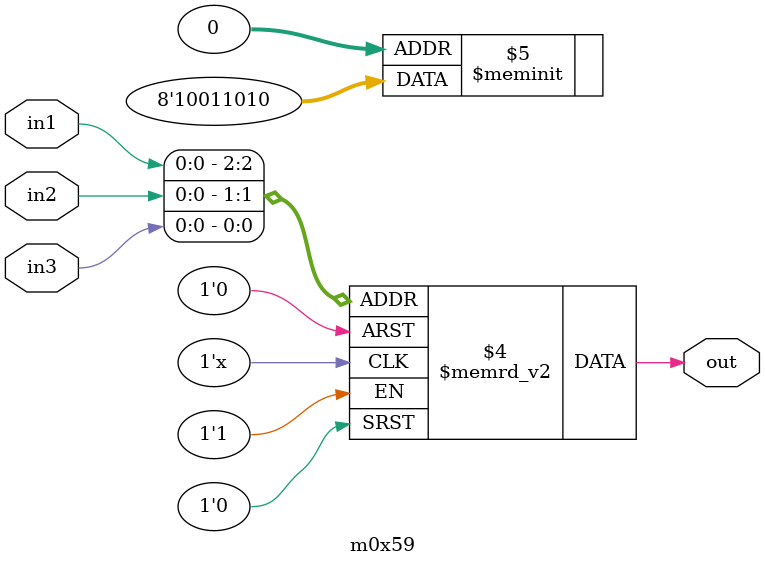
<source format=v>
module m0x59(output out, input in1, in2, in3);

   always @(in1, in2, in3)
     begin
        case({in1, in2, in3})
          3'b000: {out} = 1'b0;
          3'b001: {out} = 1'b1;
          3'b010: {out} = 1'b0;
          3'b011: {out} = 1'b1;
          3'b100: {out} = 1'b1;
          3'b101: {out} = 1'b0;
          3'b110: {out} = 1'b0;
          3'b111: {out} = 1'b1;
        endcase // case ({in1, in2, in3})
     end // always @ (in1, in2, in3)

endmodule // m0x59
</source>
